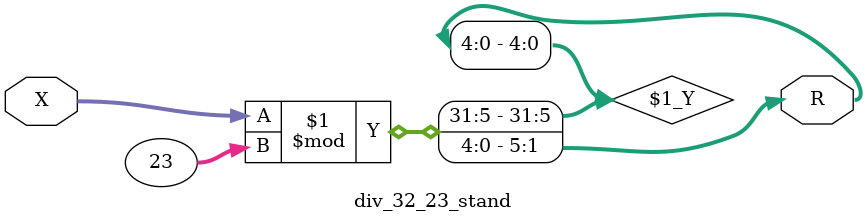
<source format=v>
module div_32_23_stand( X, R);//, R);


input  [32:1] X;
//output [28:1] Q; 
output [5:1] R;

//assign Q = X / 23;

assign R = X % 23;


endmodule

</source>
